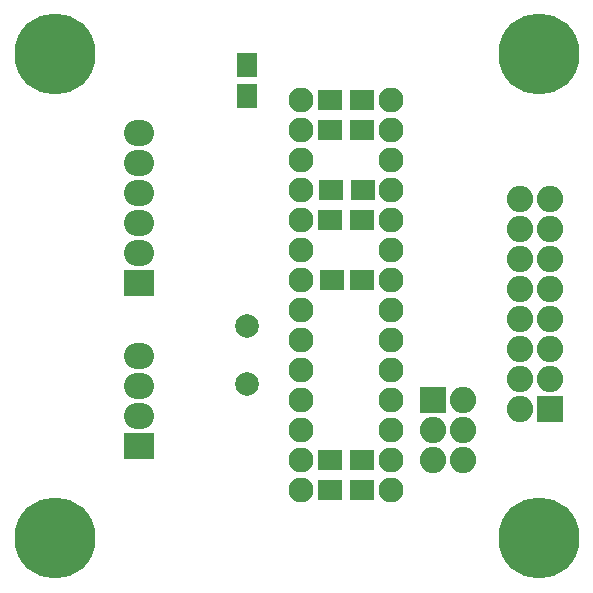
<source format=gbs>
G04 #@! TF.FileFunction,Soldermask,Bot*
%FSLAX46Y46*%
G04 Gerber Fmt 4.6, Leading zero omitted, Abs format (unit mm)*
G04 Created by KiCad (PCBNEW (after 2015-mar-04 BZR unknown)-product) date 11/9/2016 4:35:45 PM*
%MOMM*%
G01*
G04 APERTURE LIST*
%ADD10C,0.150000*%
%ADD11C,6.858000*%
%ADD12R,2.235200X2.235200*%
%ADD13O,2.235200X2.235200*%
%ADD14R,2.008000X1.808000*%
%ADD15O,2.108000X2.108000*%
%ADD16C,2.009140*%
%ADD17R,2.008000X1.758000*%
%ADD18R,2.540000X2.235200*%
%ADD19O,2.540000X2.235200*%
%ADD20R,1.808000X2.008000*%
G04 APERTURE END LIST*
D10*
D11*
X200000000Y-125000000D03*
X159000000Y-125000000D03*
X200000000Y-84000000D03*
X159000000Y-84000000D03*
D12*
X200914000Y-114046000D03*
D13*
X198374000Y-114046000D03*
X200914000Y-111506000D03*
X198374000Y-111506000D03*
X200914000Y-108966000D03*
X198374000Y-108966000D03*
X200914000Y-106426000D03*
X198374000Y-106426000D03*
X200914000Y-103886000D03*
X198374000Y-103886000D03*
X200914000Y-101346000D03*
X198374000Y-101346000D03*
X200914000Y-98806000D03*
X198374000Y-98806000D03*
X200914000Y-96266000D03*
X198374000Y-96266000D03*
D14*
X184992000Y-98044000D03*
X182292000Y-98044000D03*
X185119000Y-95504000D03*
X182419000Y-95504000D03*
D15*
X179832000Y-87884000D03*
X179832000Y-90424000D03*
X179832000Y-92964000D03*
X179832000Y-95504000D03*
X179832000Y-98044000D03*
X179832000Y-100584000D03*
X179832000Y-103124000D03*
X179832000Y-105664000D03*
X179832000Y-108204000D03*
X179832000Y-110744000D03*
X179832000Y-113284000D03*
X179832000Y-115824000D03*
X179832000Y-118364000D03*
X179832000Y-120904000D03*
X187452000Y-120904000D03*
X187452000Y-118364000D03*
X187452000Y-115824000D03*
X187452000Y-113284000D03*
X187452000Y-110744000D03*
X187452000Y-108204000D03*
X187452000Y-105664000D03*
X187452000Y-103124000D03*
X187452000Y-100584000D03*
X187452000Y-98044000D03*
X187452000Y-95504000D03*
X187452000Y-92964000D03*
X187452000Y-90424000D03*
X187452000Y-87884000D03*
D16*
X175260000Y-111914940D03*
X175260000Y-107033060D03*
D14*
X182292000Y-118364000D03*
X184992000Y-118364000D03*
X182292000Y-120904000D03*
X184992000Y-120904000D03*
X184992000Y-90424000D03*
X182292000Y-90424000D03*
X182292000Y-87884000D03*
X184992000Y-87884000D03*
D17*
X182519000Y-103124000D03*
X185019000Y-103124000D03*
D18*
X166116000Y-117221000D03*
D19*
X166116000Y-114681000D03*
X166116000Y-112141000D03*
X166116000Y-109601000D03*
D18*
X166116000Y-103378000D03*
D19*
X166116000Y-100838000D03*
X166116000Y-98298000D03*
X166116000Y-95758000D03*
X166116000Y-93218000D03*
X166116000Y-90678000D03*
D20*
X175260000Y-87583000D03*
X175260000Y-84883000D03*
D12*
X191008000Y-113284000D03*
D13*
X193548000Y-113284000D03*
X191008000Y-115824000D03*
X193548000Y-115824000D03*
X191008000Y-118364000D03*
X193548000Y-118364000D03*
M02*

</source>
